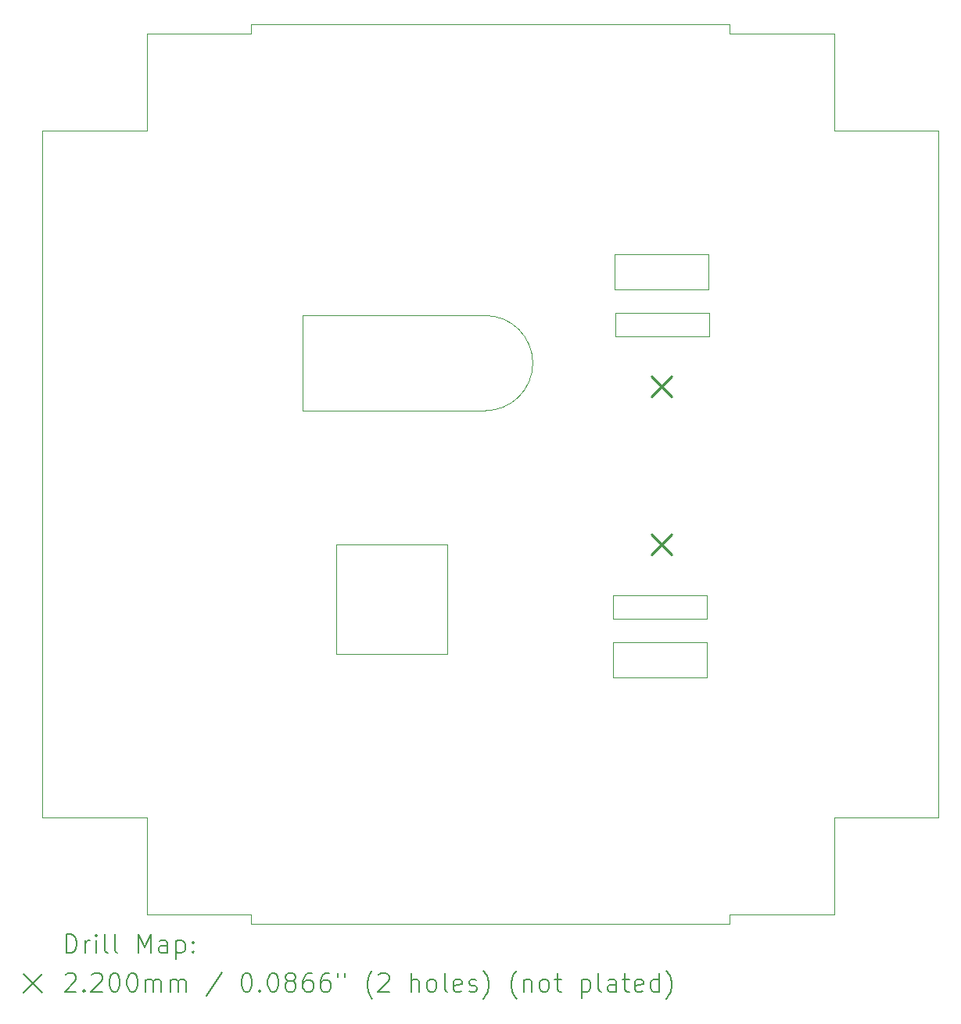
<source format=gbr>
%TF.GenerationSoftware,KiCad,Pcbnew,7.0.10*%
%TF.CreationDate,2024-05-04T16:42:47-07:00*%
%TF.ProjectId,Z_Panels,5a5f5061-6e65-46c7-932e-6b696361645f,rev?*%
%TF.SameCoordinates,Original*%
%TF.FileFunction,Drillmap*%
%TF.FilePolarity,Positive*%
%FSLAX45Y45*%
G04 Gerber Fmt 4.5, Leading zero omitted, Abs format (unit mm)*
G04 Created by KiCad (PCBNEW 7.0.10) date 2024-05-04 16:42:47*
%MOMM*%
%LPD*%
G01*
G04 APERTURE LIST*
%ADD10C,0.050000*%
%ADD11C,0.100000*%
%ADD12C,0.200000*%
%ADD13C,0.220000*%
G04 APERTURE END LIST*
D10*
X21985800Y-4080680D02*
X20858400Y-4080680D01*
X20858400Y-3980680D02*
X20858400Y-4080680D01*
X20858400Y-3980680D02*
X15671200Y-3980680D01*
X21985600Y-13613560D02*
X21985600Y-12562000D01*
D11*
X18209799Y-8159662D02*
G75*
G03*
X18209799Y-7129662I205J515000D01*
G01*
D10*
X15671200Y-4080680D02*
X14543800Y-4080680D01*
X14543800Y-5132240D02*
X13416400Y-5132240D01*
X19614904Y-7102400D02*
X19614904Y-7356400D01*
X21985800Y-5132240D02*
X21985800Y-4080680D01*
X20610904Y-10154400D02*
X20610904Y-10408400D01*
X20610904Y-10408400D02*
X19594904Y-10408400D01*
X20610400Y-10662400D02*
X19594400Y-10662400D01*
X20630400Y-6848400D02*
X20630400Y-6467400D01*
X19614400Y-6467400D02*
X19614400Y-6848400D01*
X19594904Y-10154400D02*
X20610904Y-10154400D01*
X23113000Y-12562000D02*
X21985600Y-12562000D01*
D11*
X16232299Y-8159662D02*
X18209799Y-8159662D01*
D10*
X14543600Y-12562000D02*
X13416200Y-12562000D01*
X20630904Y-7356400D02*
X20630904Y-7102400D01*
X14543800Y-5132240D02*
X14543800Y-4080680D01*
X19594400Y-11043400D02*
X20610400Y-11043400D01*
X20630400Y-6467400D02*
X19614400Y-6467400D01*
X15671000Y-13713560D02*
X15671000Y-13613560D01*
X13416400Y-5132240D02*
X13416200Y-12562000D01*
X15671000Y-13613560D02*
X14543600Y-13613560D01*
X21985600Y-13613560D02*
X20858200Y-13613560D01*
X19594400Y-10662400D02*
X19594400Y-11043400D01*
D11*
X16232299Y-7129662D02*
X18209799Y-7129662D01*
X16232299Y-7129662D02*
X16232299Y-8159662D01*
D10*
X20858200Y-13713560D02*
X15671000Y-13713560D01*
X23113000Y-12562000D02*
X23113200Y-5132240D01*
X19594904Y-10408400D02*
X19594904Y-10154400D01*
X23113200Y-5132240D02*
X21985800Y-5132240D01*
X15671200Y-4080680D02*
X15671200Y-3980680D01*
X20630904Y-7102400D02*
X19614904Y-7102400D01*
X19614400Y-6848400D02*
X20630400Y-6848400D01*
X20858200Y-13613560D02*
X20858200Y-13713560D01*
X19614904Y-7356400D02*
X20630904Y-7356400D01*
X14543600Y-13613560D02*
X14543600Y-12562000D01*
X20610400Y-11043400D02*
X20610400Y-10662400D01*
D11*
X16600000Y-9605000D02*
X17800000Y-9605000D01*
X17800000Y-10795000D01*
X16600000Y-10795000D01*
X16600000Y-9605000D01*
D12*
D13*
X20007000Y-7790000D02*
X20227000Y-8010000D01*
X20227000Y-7790000D02*
X20007000Y-8010000D01*
X20007000Y-9498000D02*
X20227000Y-9718000D01*
X20227000Y-9498000D02*
X20007000Y-9718000D01*
D12*
X13674477Y-14027544D02*
X13674477Y-13827544D01*
X13674477Y-13827544D02*
X13722096Y-13827544D01*
X13722096Y-13827544D02*
X13750667Y-13837068D01*
X13750667Y-13837068D02*
X13769715Y-13856115D01*
X13769715Y-13856115D02*
X13779239Y-13875163D01*
X13779239Y-13875163D02*
X13788762Y-13913258D01*
X13788762Y-13913258D02*
X13788762Y-13941829D01*
X13788762Y-13941829D02*
X13779239Y-13979925D01*
X13779239Y-13979925D02*
X13769715Y-13998972D01*
X13769715Y-13998972D02*
X13750667Y-14018020D01*
X13750667Y-14018020D02*
X13722096Y-14027544D01*
X13722096Y-14027544D02*
X13674477Y-14027544D01*
X13874477Y-14027544D02*
X13874477Y-13894210D01*
X13874477Y-13932306D02*
X13884001Y-13913258D01*
X13884001Y-13913258D02*
X13893524Y-13903734D01*
X13893524Y-13903734D02*
X13912572Y-13894210D01*
X13912572Y-13894210D02*
X13931620Y-13894210D01*
X13998286Y-14027544D02*
X13998286Y-13894210D01*
X13998286Y-13827544D02*
X13988762Y-13837068D01*
X13988762Y-13837068D02*
X13998286Y-13846591D01*
X13998286Y-13846591D02*
X14007810Y-13837068D01*
X14007810Y-13837068D02*
X13998286Y-13827544D01*
X13998286Y-13827544D02*
X13998286Y-13846591D01*
X14122096Y-14027544D02*
X14103048Y-14018020D01*
X14103048Y-14018020D02*
X14093524Y-13998972D01*
X14093524Y-13998972D02*
X14093524Y-13827544D01*
X14226858Y-14027544D02*
X14207810Y-14018020D01*
X14207810Y-14018020D02*
X14198286Y-13998972D01*
X14198286Y-13998972D02*
X14198286Y-13827544D01*
X14455429Y-14027544D02*
X14455429Y-13827544D01*
X14455429Y-13827544D02*
X14522096Y-13970401D01*
X14522096Y-13970401D02*
X14588762Y-13827544D01*
X14588762Y-13827544D02*
X14588762Y-14027544D01*
X14769715Y-14027544D02*
X14769715Y-13922782D01*
X14769715Y-13922782D02*
X14760191Y-13903734D01*
X14760191Y-13903734D02*
X14741143Y-13894210D01*
X14741143Y-13894210D02*
X14703048Y-13894210D01*
X14703048Y-13894210D02*
X14684001Y-13903734D01*
X14769715Y-14018020D02*
X14750667Y-14027544D01*
X14750667Y-14027544D02*
X14703048Y-14027544D01*
X14703048Y-14027544D02*
X14684001Y-14018020D01*
X14684001Y-14018020D02*
X14674477Y-13998972D01*
X14674477Y-13998972D02*
X14674477Y-13979925D01*
X14674477Y-13979925D02*
X14684001Y-13960877D01*
X14684001Y-13960877D02*
X14703048Y-13951353D01*
X14703048Y-13951353D02*
X14750667Y-13951353D01*
X14750667Y-13951353D02*
X14769715Y-13941829D01*
X14864953Y-13894210D02*
X14864953Y-14094210D01*
X14864953Y-13903734D02*
X14884001Y-13894210D01*
X14884001Y-13894210D02*
X14922096Y-13894210D01*
X14922096Y-13894210D02*
X14941143Y-13903734D01*
X14941143Y-13903734D02*
X14950667Y-13913258D01*
X14950667Y-13913258D02*
X14960191Y-13932306D01*
X14960191Y-13932306D02*
X14960191Y-13989448D01*
X14960191Y-13989448D02*
X14950667Y-14008496D01*
X14950667Y-14008496D02*
X14941143Y-14018020D01*
X14941143Y-14018020D02*
X14922096Y-14027544D01*
X14922096Y-14027544D02*
X14884001Y-14027544D01*
X14884001Y-14027544D02*
X14864953Y-14018020D01*
X15045905Y-14008496D02*
X15055429Y-14018020D01*
X15055429Y-14018020D02*
X15045905Y-14027544D01*
X15045905Y-14027544D02*
X15036382Y-14018020D01*
X15036382Y-14018020D02*
X15045905Y-14008496D01*
X15045905Y-14008496D02*
X15045905Y-14027544D01*
X15045905Y-13903734D02*
X15055429Y-13913258D01*
X15055429Y-13913258D02*
X15045905Y-13922782D01*
X15045905Y-13922782D02*
X15036382Y-13913258D01*
X15036382Y-13913258D02*
X15045905Y-13903734D01*
X15045905Y-13903734D02*
X15045905Y-13922782D01*
X13213700Y-14256060D02*
X13413700Y-14456060D01*
X13413700Y-14256060D02*
X13213700Y-14456060D01*
X13664953Y-14266591D02*
X13674477Y-14257068D01*
X13674477Y-14257068D02*
X13693524Y-14247544D01*
X13693524Y-14247544D02*
X13741143Y-14247544D01*
X13741143Y-14247544D02*
X13760191Y-14257068D01*
X13760191Y-14257068D02*
X13769715Y-14266591D01*
X13769715Y-14266591D02*
X13779239Y-14285639D01*
X13779239Y-14285639D02*
X13779239Y-14304687D01*
X13779239Y-14304687D02*
X13769715Y-14333258D01*
X13769715Y-14333258D02*
X13655429Y-14447544D01*
X13655429Y-14447544D02*
X13779239Y-14447544D01*
X13864953Y-14428496D02*
X13874477Y-14438020D01*
X13874477Y-14438020D02*
X13864953Y-14447544D01*
X13864953Y-14447544D02*
X13855429Y-14438020D01*
X13855429Y-14438020D02*
X13864953Y-14428496D01*
X13864953Y-14428496D02*
X13864953Y-14447544D01*
X13950667Y-14266591D02*
X13960191Y-14257068D01*
X13960191Y-14257068D02*
X13979239Y-14247544D01*
X13979239Y-14247544D02*
X14026858Y-14247544D01*
X14026858Y-14247544D02*
X14045905Y-14257068D01*
X14045905Y-14257068D02*
X14055429Y-14266591D01*
X14055429Y-14266591D02*
X14064953Y-14285639D01*
X14064953Y-14285639D02*
X14064953Y-14304687D01*
X14064953Y-14304687D02*
X14055429Y-14333258D01*
X14055429Y-14333258D02*
X13941143Y-14447544D01*
X13941143Y-14447544D02*
X14064953Y-14447544D01*
X14188762Y-14247544D02*
X14207810Y-14247544D01*
X14207810Y-14247544D02*
X14226858Y-14257068D01*
X14226858Y-14257068D02*
X14236382Y-14266591D01*
X14236382Y-14266591D02*
X14245905Y-14285639D01*
X14245905Y-14285639D02*
X14255429Y-14323734D01*
X14255429Y-14323734D02*
X14255429Y-14371353D01*
X14255429Y-14371353D02*
X14245905Y-14409448D01*
X14245905Y-14409448D02*
X14236382Y-14428496D01*
X14236382Y-14428496D02*
X14226858Y-14438020D01*
X14226858Y-14438020D02*
X14207810Y-14447544D01*
X14207810Y-14447544D02*
X14188762Y-14447544D01*
X14188762Y-14447544D02*
X14169715Y-14438020D01*
X14169715Y-14438020D02*
X14160191Y-14428496D01*
X14160191Y-14428496D02*
X14150667Y-14409448D01*
X14150667Y-14409448D02*
X14141143Y-14371353D01*
X14141143Y-14371353D02*
X14141143Y-14323734D01*
X14141143Y-14323734D02*
X14150667Y-14285639D01*
X14150667Y-14285639D02*
X14160191Y-14266591D01*
X14160191Y-14266591D02*
X14169715Y-14257068D01*
X14169715Y-14257068D02*
X14188762Y-14247544D01*
X14379239Y-14247544D02*
X14398286Y-14247544D01*
X14398286Y-14247544D02*
X14417334Y-14257068D01*
X14417334Y-14257068D02*
X14426858Y-14266591D01*
X14426858Y-14266591D02*
X14436382Y-14285639D01*
X14436382Y-14285639D02*
X14445905Y-14323734D01*
X14445905Y-14323734D02*
X14445905Y-14371353D01*
X14445905Y-14371353D02*
X14436382Y-14409448D01*
X14436382Y-14409448D02*
X14426858Y-14428496D01*
X14426858Y-14428496D02*
X14417334Y-14438020D01*
X14417334Y-14438020D02*
X14398286Y-14447544D01*
X14398286Y-14447544D02*
X14379239Y-14447544D01*
X14379239Y-14447544D02*
X14360191Y-14438020D01*
X14360191Y-14438020D02*
X14350667Y-14428496D01*
X14350667Y-14428496D02*
X14341143Y-14409448D01*
X14341143Y-14409448D02*
X14331620Y-14371353D01*
X14331620Y-14371353D02*
X14331620Y-14323734D01*
X14331620Y-14323734D02*
X14341143Y-14285639D01*
X14341143Y-14285639D02*
X14350667Y-14266591D01*
X14350667Y-14266591D02*
X14360191Y-14257068D01*
X14360191Y-14257068D02*
X14379239Y-14247544D01*
X14531620Y-14447544D02*
X14531620Y-14314210D01*
X14531620Y-14333258D02*
X14541143Y-14323734D01*
X14541143Y-14323734D02*
X14560191Y-14314210D01*
X14560191Y-14314210D02*
X14588763Y-14314210D01*
X14588763Y-14314210D02*
X14607810Y-14323734D01*
X14607810Y-14323734D02*
X14617334Y-14342782D01*
X14617334Y-14342782D02*
X14617334Y-14447544D01*
X14617334Y-14342782D02*
X14626858Y-14323734D01*
X14626858Y-14323734D02*
X14645905Y-14314210D01*
X14645905Y-14314210D02*
X14674477Y-14314210D01*
X14674477Y-14314210D02*
X14693524Y-14323734D01*
X14693524Y-14323734D02*
X14703048Y-14342782D01*
X14703048Y-14342782D02*
X14703048Y-14447544D01*
X14798286Y-14447544D02*
X14798286Y-14314210D01*
X14798286Y-14333258D02*
X14807810Y-14323734D01*
X14807810Y-14323734D02*
X14826858Y-14314210D01*
X14826858Y-14314210D02*
X14855429Y-14314210D01*
X14855429Y-14314210D02*
X14874477Y-14323734D01*
X14874477Y-14323734D02*
X14884001Y-14342782D01*
X14884001Y-14342782D02*
X14884001Y-14447544D01*
X14884001Y-14342782D02*
X14893524Y-14323734D01*
X14893524Y-14323734D02*
X14912572Y-14314210D01*
X14912572Y-14314210D02*
X14941143Y-14314210D01*
X14941143Y-14314210D02*
X14960191Y-14323734D01*
X14960191Y-14323734D02*
X14969715Y-14342782D01*
X14969715Y-14342782D02*
X14969715Y-14447544D01*
X15360191Y-14238020D02*
X15188763Y-14495163D01*
X15617334Y-14247544D02*
X15636382Y-14247544D01*
X15636382Y-14247544D02*
X15655429Y-14257068D01*
X15655429Y-14257068D02*
X15664953Y-14266591D01*
X15664953Y-14266591D02*
X15674477Y-14285639D01*
X15674477Y-14285639D02*
X15684001Y-14323734D01*
X15684001Y-14323734D02*
X15684001Y-14371353D01*
X15684001Y-14371353D02*
X15674477Y-14409448D01*
X15674477Y-14409448D02*
X15664953Y-14428496D01*
X15664953Y-14428496D02*
X15655429Y-14438020D01*
X15655429Y-14438020D02*
X15636382Y-14447544D01*
X15636382Y-14447544D02*
X15617334Y-14447544D01*
X15617334Y-14447544D02*
X15598286Y-14438020D01*
X15598286Y-14438020D02*
X15588763Y-14428496D01*
X15588763Y-14428496D02*
X15579239Y-14409448D01*
X15579239Y-14409448D02*
X15569715Y-14371353D01*
X15569715Y-14371353D02*
X15569715Y-14323734D01*
X15569715Y-14323734D02*
X15579239Y-14285639D01*
X15579239Y-14285639D02*
X15588763Y-14266591D01*
X15588763Y-14266591D02*
X15598286Y-14257068D01*
X15598286Y-14257068D02*
X15617334Y-14247544D01*
X15769715Y-14428496D02*
X15779239Y-14438020D01*
X15779239Y-14438020D02*
X15769715Y-14447544D01*
X15769715Y-14447544D02*
X15760191Y-14438020D01*
X15760191Y-14438020D02*
X15769715Y-14428496D01*
X15769715Y-14428496D02*
X15769715Y-14447544D01*
X15903048Y-14247544D02*
X15922096Y-14247544D01*
X15922096Y-14247544D02*
X15941144Y-14257068D01*
X15941144Y-14257068D02*
X15950667Y-14266591D01*
X15950667Y-14266591D02*
X15960191Y-14285639D01*
X15960191Y-14285639D02*
X15969715Y-14323734D01*
X15969715Y-14323734D02*
X15969715Y-14371353D01*
X15969715Y-14371353D02*
X15960191Y-14409448D01*
X15960191Y-14409448D02*
X15950667Y-14428496D01*
X15950667Y-14428496D02*
X15941144Y-14438020D01*
X15941144Y-14438020D02*
X15922096Y-14447544D01*
X15922096Y-14447544D02*
X15903048Y-14447544D01*
X15903048Y-14447544D02*
X15884001Y-14438020D01*
X15884001Y-14438020D02*
X15874477Y-14428496D01*
X15874477Y-14428496D02*
X15864953Y-14409448D01*
X15864953Y-14409448D02*
X15855429Y-14371353D01*
X15855429Y-14371353D02*
X15855429Y-14323734D01*
X15855429Y-14323734D02*
X15864953Y-14285639D01*
X15864953Y-14285639D02*
X15874477Y-14266591D01*
X15874477Y-14266591D02*
X15884001Y-14257068D01*
X15884001Y-14257068D02*
X15903048Y-14247544D01*
X16084001Y-14333258D02*
X16064953Y-14323734D01*
X16064953Y-14323734D02*
X16055429Y-14314210D01*
X16055429Y-14314210D02*
X16045906Y-14295163D01*
X16045906Y-14295163D02*
X16045906Y-14285639D01*
X16045906Y-14285639D02*
X16055429Y-14266591D01*
X16055429Y-14266591D02*
X16064953Y-14257068D01*
X16064953Y-14257068D02*
X16084001Y-14247544D01*
X16084001Y-14247544D02*
X16122096Y-14247544D01*
X16122096Y-14247544D02*
X16141144Y-14257068D01*
X16141144Y-14257068D02*
X16150667Y-14266591D01*
X16150667Y-14266591D02*
X16160191Y-14285639D01*
X16160191Y-14285639D02*
X16160191Y-14295163D01*
X16160191Y-14295163D02*
X16150667Y-14314210D01*
X16150667Y-14314210D02*
X16141144Y-14323734D01*
X16141144Y-14323734D02*
X16122096Y-14333258D01*
X16122096Y-14333258D02*
X16084001Y-14333258D01*
X16084001Y-14333258D02*
X16064953Y-14342782D01*
X16064953Y-14342782D02*
X16055429Y-14352306D01*
X16055429Y-14352306D02*
X16045906Y-14371353D01*
X16045906Y-14371353D02*
X16045906Y-14409448D01*
X16045906Y-14409448D02*
X16055429Y-14428496D01*
X16055429Y-14428496D02*
X16064953Y-14438020D01*
X16064953Y-14438020D02*
X16084001Y-14447544D01*
X16084001Y-14447544D02*
X16122096Y-14447544D01*
X16122096Y-14447544D02*
X16141144Y-14438020D01*
X16141144Y-14438020D02*
X16150667Y-14428496D01*
X16150667Y-14428496D02*
X16160191Y-14409448D01*
X16160191Y-14409448D02*
X16160191Y-14371353D01*
X16160191Y-14371353D02*
X16150667Y-14352306D01*
X16150667Y-14352306D02*
X16141144Y-14342782D01*
X16141144Y-14342782D02*
X16122096Y-14333258D01*
X16331620Y-14247544D02*
X16293525Y-14247544D01*
X16293525Y-14247544D02*
X16274477Y-14257068D01*
X16274477Y-14257068D02*
X16264953Y-14266591D01*
X16264953Y-14266591D02*
X16245906Y-14295163D01*
X16245906Y-14295163D02*
X16236382Y-14333258D01*
X16236382Y-14333258D02*
X16236382Y-14409448D01*
X16236382Y-14409448D02*
X16245906Y-14428496D01*
X16245906Y-14428496D02*
X16255429Y-14438020D01*
X16255429Y-14438020D02*
X16274477Y-14447544D01*
X16274477Y-14447544D02*
X16312572Y-14447544D01*
X16312572Y-14447544D02*
X16331620Y-14438020D01*
X16331620Y-14438020D02*
X16341144Y-14428496D01*
X16341144Y-14428496D02*
X16350667Y-14409448D01*
X16350667Y-14409448D02*
X16350667Y-14361829D01*
X16350667Y-14361829D02*
X16341144Y-14342782D01*
X16341144Y-14342782D02*
X16331620Y-14333258D01*
X16331620Y-14333258D02*
X16312572Y-14323734D01*
X16312572Y-14323734D02*
X16274477Y-14323734D01*
X16274477Y-14323734D02*
X16255429Y-14333258D01*
X16255429Y-14333258D02*
X16245906Y-14342782D01*
X16245906Y-14342782D02*
X16236382Y-14361829D01*
X16522096Y-14247544D02*
X16484001Y-14247544D01*
X16484001Y-14247544D02*
X16464953Y-14257068D01*
X16464953Y-14257068D02*
X16455429Y-14266591D01*
X16455429Y-14266591D02*
X16436382Y-14295163D01*
X16436382Y-14295163D02*
X16426858Y-14333258D01*
X16426858Y-14333258D02*
X16426858Y-14409448D01*
X16426858Y-14409448D02*
X16436382Y-14428496D01*
X16436382Y-14428496D02*
X16445906Y-14438020D01*
X16445906Y-14438020D02*
X16464953Y-14447544D01*
X16464953Y-14447544D02*
X16503048Y-14447544D01*
X16503048Y-14447544D02*
X16522096Y-14438020D01*
X16522096Y-14438020D02*
X16531620Y-14428496D01*
X16531620Y-14428496D02*
X16541144Y-14409448D01*
X16541144Y-14409448D02*
X16541144Y-14361829D01*
X16541144Y-14361829D02*
X16531620Y-14342782D01*
X16531620Y-14342782D02*
X16522096Y-14333258D01*
X16522096Y-14333258D02*
X16503048Y-14323734D01*
X16503048Y-14323734D02*
X16464953Y-14323734D01*
X16464953Y-14323734D02*
X16445906Y-14333258D01*
X16445906Y-14333258D02*
X16436382Y-14342782D01*
X16436382Y-14342782D02*
X16426858Y-14361829D01*
X16617334Y-14247544D02*
X16617334Y-14285639D01*
X16693525Y-14247544D02*
X16693525Y-14285639D01*
X16988763Y-14523734D02*
X16979239Y-14514210D01*
X16979239Y-14514210D02*
X16960191Y-14485639D01*
X16960191Y-14485639D02*
X16950668Y-14466591D01*
X16950668Y-14466591D02*
X16941144Y-14438020D01*
X16941144Y-14438020D02*
X16931620Y-14390401D01*
X16931620Y-14390401D02*
X16931620Y-14352306D01*
X16931620Y-14352306D02*
X16941144Y-14304687D01*
X16941144Y-14304687D02*
X16950668Y-14276115D01*
X16950668Y-14276115D02*
X16960191Y-14257068D01*
X16960191Y-14257068D02*
X16979239Y-14228496D01*
X16979239Y-14228496D02*
X16988763Y-14218972D01*
X17055430Y-14266591D02*
X17064953Y-14257068D01*
X17064953Y-14257068D02*
X17084001Y-14247544D01*
X17084001Y-14247544D02*
X17131620Y-14247544D01*
X17131620Y-14247544D02*
X17150668Y-14257068D01*
X17150668Y-14257068D02*
X17160191Y-14266591D01*
X17160191Y-14266591D02*
X17169715Y-14285639D01*
X17169715Y-14285639D02*
X17169715Y-14304687D01*
X17169715Y-14304687D02*
X17160191Y-14333258D01*
X17160191Y-14333258D02*
X17045906Y-14447544D01*
X17045906Y-14447544D02*
X17169715Y-14447544D01*
X17407811Y-14447544D02*
X17407811Y-14247544D01*
X17493525Y-14447544D02*
X17493525Y-14342782D01*
X17493525Y-14342782D02*
X17484001Y-14323734D01*
X17484001Y-14323734D02*
X17464953Y-14314210D01*
X17464953Y-14314210D02*
X17436382Y-14314210D01*
X17436382Y-14314210D02*
X17417334Y-14323734D01*
X17417334Y-14323734D02*
X17407811Y-14333258D01*
X17617334Y-14447544D02*
X17598287Y-14438020D01*
X17598287Y-14438020D02*
X17588763Y-14428496D01*
X17588763Y-14428496D02*
X17579239Y-14409448D01*
X17579239Y-14409448D02*
X17579239Y-14352306D01*
X17579239Y-14352306D02*
X17588763Y-14333258D01*
X17588763Y-14333258D02*
X17598287Y-14323734D01*
X17598287Y-14323734D02*
X17617334Y-14314210D01*
X17617334Y-14314210D02*
X17645906Y-14314210D01*
X17645906Y-14314210D02*
X17664953Y-14323734D01*
X17664953Y-14323734D02*
X17674477Y-14333258D01*
X17674477Y-14333258D02*
X17684001Y-14352306D01*
X17684001Y-14352306D02*
X17684001Y-14409448D01*
X17684001Y-14409448D02*
X17674477Y-14428496D01*
X17674477Y-14428496D02*
X17664953Y-14438020D01*
X17664953Y-14438020D02*
X17645906Y-14447544D01*
X17645906Y-14447544D02*
X17617334Y-14447544D01*
X17798287Y-14447544D02*
X17779239Y-14438020D01*
X17779239Y-14438020D02*
X17769715Y-14418972D01*
X17769715Y-14418972D02*
X17769715Y-14247544D01*
X17950668Y-14438020D02*
X17931620Y-14447544D01*
X17931620Y-14447544D02*
X17893525Y-14447544D01*
X17893525Y-14447544D02*
X17874477Y-14438020D01*
X17874477Y-14438020D02*
X17864953Y-14418972D01*
X17864953Y-14418972D02*
X17864953Y-14342782D01*
X17864953Y-14342782D02*
X17874477Y-14323734D01*
X17874477Y-14323734D02*
X17893525Y-14314210D01*
X17893525Y-14314210D02*
X17931620Y-14314210D01*
X17931620Y-14314210D02*
X17950668Y-14323734D01*
X17950668Y-14323734D02*
X17960192Y-14342782D01*
X17960192Y-14342782D02*
X17960192Y-14361829D01*
X17960192Y-14361829D02*
X17864953Y-14380877D01*
X18036382Y-14438020D02*
X18055430Y-14447544D01*
X18055430Y-14447544D02*
X18093525Y-14447544D01*
X18093525Y-14447544D02*
X18112573Y-14438020D01*
X18112573Y-14438020D02*
X18122096Y-14418972D01*
X18122096Y-14418972D02*
X18122096Y-14409448D01*
X18122096Y-14409448D02*
X18112573Y-14390401D01*
X18112573Y-14390401D02*
X18093525Y-14380877D01*
X18093525Y-14380877D02*
X18064953Y-14380877D01*
X18064953Y-14380877D02*
X18045906Y-14371353D01*
X18045906Y-14371353D02*
X18036382Y-14352306D01*
X18036382Y-14352306D02*
X18036382Y-14342782D01*
X18036382Y-14342782D02*
X18045906Y-14323734D01*
X18045906Y-14323734D02*
X18064953Y-14314210D01*
X18064953Y-14314210D02*
X18093525Y-14314210D01*
X18093525Y-14314210D02*
X18112573Y-14323734D01*
X18188763Y-14523734D02*
X18198287Y-14514210D01*
X18198287Y-14514210D02*
X18217334Y-14485639D01*
X18217334Y-14485639D02*
X18226858Y-14466591D01*
X18226858Y-14466591D02*
X18236382Y-14438020D01*
X18236382Y-14438020D02*
X18245906Y-14390401D01*
X18245906Y-14390401D02*
X18245906Y-14352306D01*
X18245906Y-14352306D02*
X18236382Y-14304687D01*
X18236382Y-14304687D02*
X18226858Y-14276115D01*
X18226858Y-14276115D02*
X18217334Y-14257068D01*
X18217334Y-14257068D02*
X18198287Y-14228496D01*
X18198287Y-14228496D02*
X18188763Y-14218972D01*
X18550668Y-14523734D02*
X18541144Y-14514210D01*
X18541144Y-14514210D02*
X18522096Y-14485639D01*
X18522096Y-14485639D02*
X18512573Y-14466591D01*
X18512573Y-14466591D02*
X18503049Y-14438020D01*
X18503049Y-14438020D02*
X18493525Y-14390401D01*
X18493525Y-14390401D02*
X18493525Y-14352306D01*
X18493525Y-14352306D02*
X18503049Y-14304687D01*
X18503049Y-14304687D02*
X18512573Y-14276115D01*
X18512573Y-14276115D02*
X18522096Y-14257068D01*
X18522096Y-14257068D02*
X18541144Y-14228496D01*
X18541144Y-14228496D02*
X18550668Y-14218972D01*
X18626858Y-14314210D02*
X18626858Y-14447544D01*
X18626858Y-14333258D02*
X18636382Y-14323734D01*
X18636382Y-14323734D02*
X18655430Y-14314210D01*
X18655430Y-14314210D02*
X18684001Y-14314210D01*
X18684001Y-14314210D02*
X18703049Y-14323734D01*
X18703049Y-14323734D02*
X18712573Y-14342782D01*
X18712573Y-14342782D02*
X18712573Y-14447544D01*
X18836382Y-14447544D02*
X18817334Y-14438020D01*
X18817334Y-14438020D02*
X18807811Y-14428496D01*
X18807811Y-14428496D02*
X18798287Y-14409448D01*
X18798287Y-14409448D02*
X18798287Y-14352306D01*
X18798287Y-14352306D02*
X18807811Y-14333258D01*
X18807811Y-14333258D02*
X18817334Y-14323734D01*
X18817334Y-14323734D02*
X18836382Y-14314210D01*
X18836382Y-14314210D02*
X18864954Y-14314210D01*
X18864954Y-14314210D02*
X18884001Y-14323734D01*
X18884001Y-14323734D02*
X18893525Y-14333258D01*
X18893525Y-14333258D02*
X18903049Y-14352306D01*
X18903049Y-14352306D02*
X18903049Y-14409448D01*
X18903049Y-14409448D02*
X18893525Y-14428496D01*
X18893525Y-14428496D02*
X18884001Y-14438020D01*
X18884001Y-14438020D02*
X18864954Y-14447544D01*
X18864954Y-14447544D02*
X18836382Y-14447544D01*
X18960192Y-14314210D02*
X19036382Y-14314210D01*
X18988763Y-14247544D02*
X18988763Y-14418972D01*
X18988763Y-14418972D02*
X18998287Y-14438020D01*
X18998287Y-14438020D02*
X19017334Y-14447544D01*
X19017334Y-14447544D02*
X19036382Y-14447544D01*
X19255430Y-14314210D02*
X19255430Y-14514210D01*
X19255430Y-14323734D02*
X19274477Y-14314210D01*
X19274477Y-14314210D02*
X19312573Y-14314210D01*
X19312573Y-14314210D02*
X19331620Y-14323734D01*
X19331620Y-14323734D02*
X19341144Y-14333258D01*
X19341144Y-14333258D02*
X19350668Y-14352306D01*
X19350668Y-14352306D02*
X19350668Y-14409448D01*
X19350668Y-14409448D02*
X19341144Y-14428496D01*
X19341144Y-14428496D02*
X19331620Y-14438020D01*
X19331620Y-14438020D02*
X19312573Y-14447544D01*
X19312573Y-14447544D02*
X19274477Y-14447544D01*
X19274477Y-14447544D02*
X19255430Y-14438020D01*
X19464954Y-14447544D02*
X19445906Y-14438020D01*
X19445906Y-14438020D02*
X19436382Y-14418972D01*
X19436382Y-14418972D02*
X19436382Y-14247544D01*
X19626858Y-14447544D02*
X19626858Y-14342782D01*
X19626858Y-14342782D02*
X19617335Y-14323734D01*
X19617335Y-14323734D02*
X19598287Y-14314210D01*
X19598287Y-14314210D02*
X19560192Y-14314210D01*
X19560192Y-14314210D02*
X19541144Y-14323734D01*
X19626858Y-14438020D02*
X19607811Y-14447544D01*
X19607811Y-14447544D02*
X19560192Y-14447544D01*
X19560192Y-14447544D02*
X19541144Y-14438020D01*
X19541144Y-14438020D02*
X19531620Y-14418972D01*
X19531620Y-14418972D02*
X19531620Y-14399925D01*
X19531620Y-14399925D02*
X19541144Y-14380877D01*
X19541144Y-14380877D02*
X19560192Y-14371353D01*
X19560192Y-14371353D02*
X19607811Y-14371353D01*
X19607811Y-14371353D02*
X19626858Y-14361829D01*
X19693525Y-14314210D02*
X19769715Y-14314210D01*
X19722096Y-14247544D02*
X19722096Y-14418972D01*
X19722096Y-14418972D02*
X19731620Y-14438020D01*
X19731620Y-14438020D02*
X19750668Y-14447544D01*
X19750668Y-14447544D02*
X19769715Y-14447544D01*
X19912573Y-14438020D02*
X19893525Y-14447544D01*
X19893525Y-14447544D02*
X19855430Y-14447544D01*
X19855430Y-14447544D02*
X19836382Y-14438020D01*
X19836382Y-14438020D02*
X19826858Y-14418972D01*
X19826858Y-14418972D02*
X19826858Y-14342782D01*
X19826858Y-14342782D02*
X19836382Y-14323734D01*
X19836382Y-14323734D02*
X19855430Y-14314210D01*
X19855430Y-14314210D02*
X19893525Y-14314210D01*
X19893525Y-14314210D02*
X19912573Y-14323734D01*
X19912573Y-14323734D02*
X19922096Y-14342782D01*
X19922096Y-14342782D02*
X19922096Y-14361829D01*
X19922096Y-14361829D02*
X19826858Y-14380877D01*
X20093525Y-14447544D02*
X20093525Y-14247544D01*
X20093525Y-14438020D02*
X20074477Y-14447544D01*
X20074477Y-14447544D02*
X20036382Y-14447544D01*
X20036382Y-14447544D02*
X20017335Y-14438020D01*
X20017335Y-14438020D02*
X20007811Y-14428496D01*
X20007811Y-14428496D02*
X19998287Y-14409448D01*
X19998287Y-14409448D02*
X19998287Y-14352306D01*
X19998287Y-14352306D02*
X20007811Y-14333258D01*
X20007811Y-14333258D02*
X20017335Y-14323734D01*
X20017335Y-14323734D02*
X20036382Y-14314210D01*
X20036382Y-14314210D02*
X20074477Y-14314210D01*
X20074477Y-14314210D02*
X20093525Y-14323734D01*
X20169716Y-14523734D02*
X20179239Y-14514210D01*
X20179239Y-14514210D02*
X20198287Y-14485639D01*
X20198287Y-14485639D02*
X20207811Y-14466591D01*
X20207811Y-14466591D02*
X20217335Y-14438020D01*
X20217335Y-14438020D02*
X20226858Y-14390401D01*
X20226858Y-14390401D02*
X20226858Y-14352306D01*
X20226858Y-14352306D02*
X20217335Y-14304687D01*
X20217335Y-14304687D02*
X20207811Y-14276115D01*
X20207811Y-14276115D02*
X20198287Y-14257068D01*
X20198287Y-14257068D02*
X20179239Y-14228496D01*
X20179239Y-14228496D02*
X20169716Y-14218972D01*
M02*

</source>
